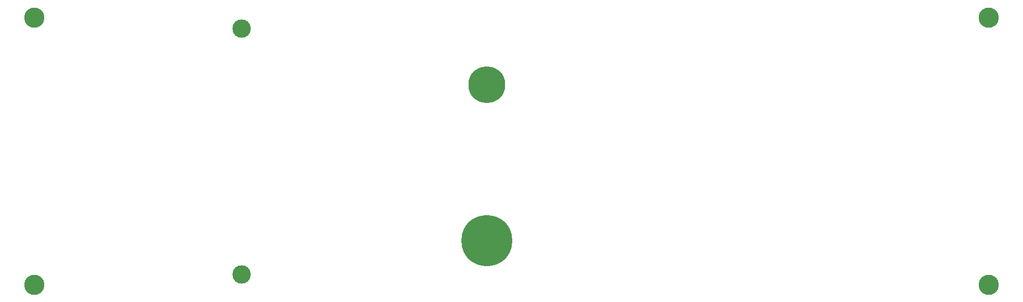
<source format=gbr>
%TF.GenerationSoftware,KiCad,Pcbnew,5.1.9-73d0e3b20d~88~ubuntu18.04.1*%
%TF.CreationDate,2020-12-31T12:25:48+01:00*%
%TF.ProjectId,ss_backpanel-mirrored,73735f62-6163-46b7-9061-6e656c2d6d69,rev?*%
%TF.SameCoordinates,Original*%
%TF.FileFunction,Soldermask,Top*%
%TF.FilePolarity,Negative*%
%FSLAX46Y46*%
G04 Gerber Fmt 4.6, Leading zero omitted, Abs format (unit mm)*
G04 Created by KiCad (PCBNEW 5.1.9-73d0e3b20d~88~ubuntu18.04.1) date 2020-12-31 12:25:48*
%MOMM*%
%LPD*%
G01*
G04 APERTURE LIST*
%ADD10C,8.300000*%
%ADD11C,6.000000*%
%ADD12C,3.000000*%
%ADD13C,3.300000*%
G04 APERTURE END LIST*
D10*
%TO.C,J101*%
X146000000Y-89000000D03*
%TD*%
D11*
%TO.C,M109*%
X146000000Y-63600000D03*
%TD*%
D12*
%TO.C,M104*%
X106000000Y-94500000D03*
X106000000Y-54500000D03*
%TD*%
D13*
%TO.C,H101*%
X72250000Y-52670000D03*
%TD*%
%TO.C,H102*%
X227750000Y-52670000D03*
%TD*%
%TO.C,H103*%
X72250000Y-96200000D03*
%TD*%
%TO.C,H104*%
X227750000Y-96200000D03*
%TD*%
M02*

</source>
